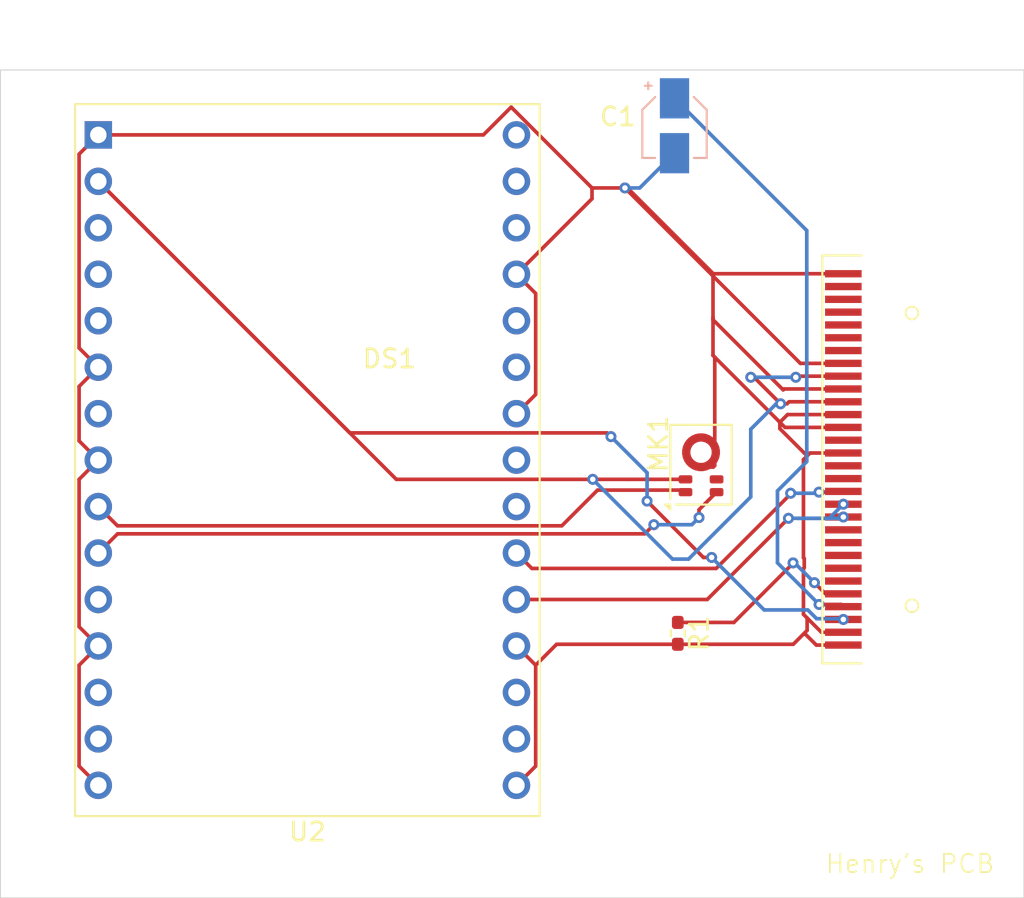
<source format=kicad_pcb>
(kicad_pcb (version 20241229) (generator "pcbnew") (generator_version "9.0")
  (layers (0 "F.Cu" signal) (2 "B.Cu" signal) (13 "F.Paste" user) (15 "B.Paste" user) (5 "F.SilkS" user "F.Silkscreen") (7 "B.SilkS" user "B.Silkscreen") (1 "F.Mask" user) (3 "B.Mask" user) (25 "Edge.Cuts" user))
  (net 0 "")
  (net 1 "Net-(DS1-BS1)")
  (net 2 "Net-(DS1-D0)")
  (net 5 "Net-(DS1-BS0)")
  (net 8 "Net-(DS1-D1)")
  (net 15 "Net-(DS1-IREF)")
  (net 20 "Net-(DS1-VCOMH)")
  (net 21 "Net-(MK1-DATA)")
  (net 23 "Net-(MK1-CLOCK)")
  (net 25 "Net-(U2-5V-Pad13)")
  (footprint "Display:OLED-128O064D" (layer "F.Cu") (at 137.07 72.41 -90)
    (property "Reference" "DS1" (at -5.505 24.815 0) (layer "F.SilkS"))
    (property "Value" "OLED-128O064D")
    (fp_line (start -11.15 1.15) (end 11.15 1.15) (stroke (width 0.12)) (layer "F.SilkS"))
    (fp_line (start 11.15 1.15) (end 11.15 -1) (stroke (width 0.12)) (layer "F.SilkS"))
    (fp_line (start -11.15 -1) (end -11.15 1.15) (stroke (width 0.12)) (layer "F.SilkS"))
    (fp_circle (center -8 -3.75) (end -7.65 -3.75) (stroke (width 0.1)) (fill no) (layer "F.SilkS"))
    (fp_circle (center 8 -3.75) (end 8.35 -3.75) (stroke (width 0.1)) (fill no) (layer "F.SilkS"))
    (pad "1" smd rect (at -10.15 0 270) (size 0.4 2) (layers "F.Cu" "F.Mask" "F.Paste") (net 5 "Net-(DS1-BS0)"))
    (pad "2" smd rect (at -9.45 0 270) (size 0.4 2) (layers "F.Cu" "F.Mask" "F.Paste"))
    (pad "3" smd rect (at -8.75 0 270) (size 0.4 2) (layers "F.Cu" "F.Mask" "F.Paste"))
    (pad "4" smd rect (at -8.05 0 270) (size 0.4 2) (layers "F.Cu" "F.Mask" "F.Paste"))
    (pad "5" smd rect (at -7.35 0 270) (size 0.4 2) (layers "F.Cu" "F.Mask" "F.Paste"))
    (pad "6" smd rect (at -6.65 0 270) (size 0.4 2) (layers "F.Cu" "F.Mask" "F.Paste"))
    (pad "7" smd rect (at -5.95 0 270) (size 0.4 2) (layers "F.Cu" "F.Mask" "F.Paste"))
    (pad "8" smd rect (at -5.25 0 270) (size 0.4 2) (layers "F.Cu" "F.Mask" "F.Paste") (net 5 "Net-(DS1-BS0)"))
    (pad "9" smd rect (at -4.55 0 270) (size 0.4 2) (layers "F.Cu" "F.Mask" "F.Paste") (net 1 "Net-(DS1-BS1)"))
    (pad "10" smd rect (at -3.85 0 270) (size 0.4 2) (layers "F.Cu" "F.Mask" "F.Paste") (net 5 "Net-(DS1-BS0)"))
    (pad "11" smd rect (at -3.15 0 270) (size 0.4 2) (layers "F.Cu" "F.Mask" "F.Paste") (net 1 "Net-(DS1-BS1)"))
    (pad "12" smd rect (at -2.45 0 270) (size 0.4 2) (layers "F.Cu" "F.Mask" "F.Paste") (net 5 "Net-(DS1-BS0)"))
    (pad "13" smd rect (at -1.75 0 270) (size 0.4 2) (layers "F.Cu" "F.Mask" "F.Paste") (net 5 "Net-(DS1-BS0)"))
    (pad "14" smd rect (at -1.05 0 270) (size 0.4 2) (layers "F.Cu" "F.Mask" "F.Paste"))
    (pad "15" smd rect (at -0.35 0 270) (size 0.4 2) (layers "F.Cu" "F.Mask" "F.Paste") (net 5 "Net-(DS1-BS0)"))
    (pad "16" smd rect (at 0.35 0 270) (size 0.4 2) (layers "F.Cu" "F.Mask" "F.Paste"))
    (pad "17" smd rect (at 1.05 0 270) (size 0.4 2) (layers "F.Cu" "F.Mask" "F.Paste"))
    (pad "18" smd rect (at 1.75 0 270) (size 0.4 2) (layers "F.Cu" "F.Mask" "F.Paste") (net 2 "Net-(DS1-D0)"))
    (pad "19" smd rect (at 2.45 0 270) (size 0.4 2) (layers "F.Cu" "F.Mask" "F.Paste") (net 8 "Net-(DS1-D1)"))
    (pad "20" smd rect (at 3.15 0 270) (size 0.4 2) (layers "F.Cu" "F.Mask" "F.Paste") (net 8 "Net-(DS1-D1)"))
    (pad "21" smd rect (at 3.85 0 270) (size 0.4 2) (layers "F.Cu" "F.Mask" "F.Paste"))
    (pad "22" smd rect (at 4.55 0 270) (size 0.4 2) (layers "F.Cu" "F.Mask" "F.Paste"))
    (pad "23" smd rect (at 5.25 0 270) (size 0.4 2) (layers "F.Cu" "F.Mask" "F.Paste"))
    (pad "24" smd rect (at 5.95 0 270) (size 0.4 2) (layers "F.Cu" "F.Mask" "F.Paste"))
    (pad "25" smd rect (at 6.65 0 270) (size 0.4 2) (layers "F.Cu" "F.Mask" "F.Paste"))
    (pad "26" smd rect (at 7.35 0 270) (size 0.4 2) (layers "F.Cu" "F.Mask" "F.Paste") (net 15 "Net-(DS1-IREF)"))
    (pad "27" smd rect (at 8.05 0 270) (size 0.4 2) (layers "F.Cu" "F.Mask" "F.Paste") (net 20 "Net-(DS1-VCOMH)"))
    (pad "28" smd rect (at 8.75 0 270) (size 0.4 2) (layers "F.Cu" "F.Mask" "F.Paste") (net 1 "Net-(DS1-BS1)"))
    (pad "29" smd rect (at 9.45 0 270) (size 0.4 2) (layers "F.Cu" "F.Mask" "F.Paste") (net 5 "Net-(DS1-BS0)"))
    (pad "30" smd rect (at 10.15 0 270) (size 0.4 2) (layers "F.Cu" "F.Mask" "F.Paste") (net 5 "Net-(DS1-BS0)"))
  )
  (footprint "Resistor_SMD:R_0402_1005Metric_Pad0.72x0.64mm_HandSolder" (layer "F.Cu") (at 128.02 81.92 -90)
    (property "Reference" "R1" (at 0 -1.17 90) (layer "F.SilkS"))
    (property "Value" "910 kΩ")
    (fp_line (start -0.167621 0.38) (end 0.167621 0.38) (stroke (width 0.12)) (layer "F.SilkS"))
    (fp_line (start -0.167621 -0.38) (end 0.167621 -0.38) (stroke (width 0.12)) (layer "F.SilkS"))
    (pad "1" smd roundrect (at -0.5975 0 270) (size 0.715 0.64) (layers "F.Cu" "F.Mask" "F.Paste") (net 15 "Net-(DS1-IREF)"))
    (pad "2" smd roundrect (at 0.5975 0 270) (size 0.715 0.64) (layers "F.Cu" "F.Mask" "F.Paste") (net 5 "Net-(DS1-BS0)"))
  )
  (footprint "Sensor_Audio:Infineon_PG-LLGA-5-2" (layer "F.Cu") (at 129.29 72.7 90)
    (property "Reference" "MK1" (at 1.14 -2.33 90) (layer "F.SilkS"))
    (property "Value" "IM69D120")
    (fp_line (start 2.18 -1.68) (end 2.18 1.68) (stroke (width 0.12)) (layer "F.SilkS"))
    (fp_line (start -1.88 -1.68) (end 2.18 -1.68) (stroke (width 0.12)) (layer "F.SilkS"))
    (fp_line (start -2.18 -1.38) (end -2.18 1.68) (stroke (width 0.12)) (layer "F.SilkS"))
    (fp_line (start -2.18 1.68) (end 2.18 1.68) (stroke (width 0.12)) (layer "F.SilkS"))
    (fp_poly (pts (xy -2.18 -1.68) (xy -2.46 -1.68) (xy -2.18 -1.96) (xy -2.18 -1.68)) (stroke (width 0.12)) (fill yes) (layer "F.SilkS"))
    (pad "" np_thru_hole circle (at 0.68 0 180) (size 0.8 0.8) (drill 0.8) (layers "*.Cu" "*.Mask"))
    (pad "1" smd roundrect (at -1.5 -0.85) (size 0.75 0.45) (layers "F.Cu" "F.Mask") (net 21 "Net-(MK1-DATA)"))
    (pad "2" smd roundrect (at -0.8 -0.85) (size 0.75 0.45) (layers "F.Cu" "F.Mask") (net 1 "Net-(DS1-BS1)"))
    (pad "3" smd roundrect (at -1.5 0.85) (size 0.75 0.45) (layers "F.Cu" "F.Mask") (net 23 "Net-(MK1-CLOCK)"))
    (pad "4" smd roundrect (at -0.8 0.85) (size 0.75 0.45) (layers "F.Cu" "F.Mask"))
    (pad "5" smd custom (at -0.13 0) (size 0.46 0.46) (layers "F.Cu" "F.Mask") (net 5 "Net-(DS1-BS0)") (options (clearance outline) (anchor circle)) (primitives (gr_circle (center 0 -0.81) (end 0.81 -0.81) (width 0.46) (fill no))))
  )
  (footprint "RF_Module:ESP32-C3-DevKitM-1" (layer "F.Cu") (at 96.34 54.67)
    (property "Reference" "U2" (at 11.43 38.1 0) (layer "F.SilkS"))
    (property "Value" "ESP32-C3-DevKitM-1")
    (fp_line (start -1.27 -1.68) (end 24.13 -1.68) (stroke (width 0.12)) (layer "F.SilkS"))
    (fp_line (start -1.27 37.24) (end -1.27 -1.68) (stroke (width 0.12)) (layer "F.SilkS"))
    (fp_line (start 24.13 -1.68) (end 24.13 37.24) (stroke (width 0.12)) (layer "F.SilkS"))
    (fp_line (start 24.13 37.24) (end -1.27 37.24) (stroke (width 0.12)) (layer "F.SilkS"))
    (pad "1" thru_hole rect (at 0 0) (size 1.5 1.5) (drill 0.9) (layers "*.Cu" "*.Mask") (net 5 "Net-(DS1-BS0)"))
    (pad "2" thru_hole circle (at 0 2.54) (size 1.5 1.5) (drill 0.9) (layers "*.Cu" "*.Mask") (net 1 "Net-(DS1-BS1)"))
    (pad "3" thru_hole circle (at 0 5.08) (size 1.5 1.5) (drill 0.9) (layers "*.Cu" "*.Mask") (net 1 "Net-(DS1-BS1)"))
    (pad "4" thru_hole circle (at 0 7.62) (size 1.5 1.5) (drill 0.9) (layers "*.Cu" "*.Mask"))
    (pad "5" thru_hole circle (at 0 10.16) (size 1.5 1.5) (drill 0.9) (layers "*.Cu" "*.Mask"))
    (pad "6" thru_hole circle (at 0 12.7) (size 1.5 1.5) (drill 0.9) (layers "*.Cu" "*.Mask") (net 5 "Net-(DS1-BS0)"))
    (pad "7" thru_hole circle (at 0 15.24) (size 1.5 1.5) (drill 0.9) (layers "*.Cu" "*.Mask"))
    (pad "8" thru_hole circle (at 0 17.78) (size 1.5 1.5) (drill 0.9) (layers "*.Cu" "*.Mask") (net 5 "Net-(DS1-BS0)"))
    (pad "9" thru_hole circle (at 0 20.32) (size 1.5 1.5) (drill 0.9) (layers "*.Cu" "*.Mask") (net 21 "Net-(MK1-DATA)"))
    (pad "10" thru_hole circle (at 0 22.86) (size 1.5 1.5) (drill 0.9) (layers "*.Cu" "*.Mask") (net 23 "Net-(MK1-CLOCK)"))
    (pad "11" thru_hole circle (at 0 25.4) (size 1.5 1.5) (drill 0.9) (layers "*.Cu" "*.Mask"))
    (pad "12" thru_hole circle (at 0 27.94) (size 1.5 1.5) (drill 0.9) (layers "*.Cu" "*.Mask") (net 5 "Net-(DS1-BS0)"))
    (pad "13" thru_hole circle (at 0 30.48) (size 1.5 1.5) (drill 0.9) (layers "*.Cu" "*.Mask") (net 25 "Net-(U2-5V-Pad13)"))
    (pad "14" thru_hole circle (at 0 33.02) (size 1.5 1.5) (drill 0.9) (layers "*.Cu" "*.Mask") (net 25 "Net-(U2-5V-Pad13)"))
    (pad "15" thru_hole circle (at 0 35.56) (size 1.5 1.5) (drill 0.9) (layers "*.Cu" "*.Mask") (net 5 "Net-(DS1-BS0)"))
    (pad "16" thru_hole circle (at 22.86 35.56) (size 1.5 1.5) (drill 0.9) (layers "*.Cu" "*.Mask") (net 5 "Net-(DS1-BS0)"))
    (pad "17" thru_hole circle (at 22.86 33.02) (size 1.5 1.5) (drill 0.9) (layers "*.Cu" "*.Mask"))
    (pad "18" thru_hole circle (at 22.86 30.48) (size 1.5 1.5) (drill 0.9) (layers "*.Cu" "*.Mask"))
    (pad "19" thru_hole circle (at 22.86 27.94) (size 1.5 1.5) (drill 0.9) (layers "*.Cu" "*.Mask") (net 5 "Net-(DS1-BS0)"))
    (pad "20" thru_hole circle (at 22.86 25.4) (size 1.5 1.5) (drill 0.9) (layers "*.Cu" "*.Mask") (net 8 "Net-(DS1-D1)"))
    (pad "21" thru_hole circle (at 22.86 22.86) (size 1.5 1.5) (drill 0.9) (layers "*.Cu" "*.Mask") (net 2 "Net-(DS1-D0)"))
    (pad "22" thru_hole circle (at 22.86 20.32) (size 1.5 1.5) (drill 0.9) (layers "*.Cu" "*.Mask"))
    (pad "23" thru_hole circle (at 22.86 17.78) (size 1.5 1.5) (drill 0.9) (layers "*.Cu" "*.Mask"))
    (pad "24" thru_hole circle (at 22.86 15.24) (size 1.5 1.5) (drill 0.9) (layers "*.Cu" "*.Mask") (net 5 "Net-(DS1-BS0)"))
    (pad "25" thru_hole circle (at 22.86 12.7) (size 1.5 1.5) (drill 0.9) (layers "*.Cu" "*.Mask"))
    (pad "26" thru_hole circle (at 22.86 10.16) (size 1.5 1.5) (drill 0.9) (layers "*.Cu" "*.Mask"))
    (pad "27" thru_hole circle (at 22.86 7.62) (size 1.5 1.5) (drill 0.9) (layers "*.Cu" "*.Mask") (net 5 "Net-(DS1-BS0)"))
    (pad "28" thru_hole circle (at 22.86 5.08) (size 1.5 1.5) (drill 0.9) (layers "*.Cu" "*.Mask"))
    (pad "29" thru_hole circle (at 22.86 2.54) (size 1.5 1.5) (drill 0.9) (layers "*.Cu" "*.Mask"))
    (pad "30" thru_hole circle (at 22.86 0) (size 1.5 1.5) (drill 0.9) (layers "*.Cu" "*.Mask") (net 5 "Net-(DS1-BS0)"))
  )
  (footprint "Capacitor_SMD:CP_Elec_3x5.3" (layer "B.Cu") (at 127.84 54.17 -90)
    (property "Reference" "C1" (at -0.5 3.1 0) (layer "F.SilkS"))
    (property "Value" "4.7µ")
    (fp_line (start -0.870563 1.76) (end 1.76 1.76) (stroke (width 0.12)) (layer "B.SilkS"))
    (fp_line (start 1.76 1.76) (end 1.76 1.06) (stroke (width 0.12)) (layer "B.SilkS"))
    (fp_line (start -2.1875 1.6225) (end -2.1875 1.2475) (stroke (width 0.12)) (layer "B.SilkS"))
    (fp_line (start -2.375 1.435) (end -2 1.435) (stroke (width 0.12)) (layer "B.SilkS"))
    (fp_line (start -1.570563 1.06) (end -0.870563 1.76) (stroke (width 0.12)) (layer "B.SilkS"))
    (fp_line (start -1.570563 -1.06) (end -0.870563 -1.76) (stroke (width 0.12)) (layer "B.SilkS"))
    (fp_line (start -0.870563 -1.76) (end 1.76 -1.76) (stroke (width 0.12)) (layer "B.SilkS"))
    (fp_line (start 1.76 -1.76) (end 1.76 -1.06) (stroke (width 0.12)) (layer "B.SilkS"))
    (pad "1" smd rect (at -1.5 0 270) (size 2.2 1.6) (layers "B.Cu" "B.Mask" "B.Paste") (net 20 "Net-(DS1-VCOMH)"))
    (pad "2" smd rect (at 1.5 0 270) (size 2.2 1.6) (layers "B.Cu" "B.Mask" "B.Paste") (net 5 "Net-(DS1-BS0)"))
  )
  (gr_rect (start 90.99 51.12) (end 146.94 96.38) (stroke (width 0.05)) (fill no) (layer "Edge.Cuts"))
  (gr_text "Henry's PCB" (at 136.03 95.1 0) (layer "F.SilkS") (effects (font (size 1 1) (thickness 0.1)) (justify left bottom)))
  (segment (start 133.99 69.37) (end 134.1 69.26) (width 0.2) (layer "F.Cu") (net 1))
  (segment (start 123.37 73.5) (end 125.28 73.5) (width 0.2) (layer "F.Cu") (net 1))
  (segment (start 110.091 70.961) (end 124.161 70.961) (width 0.2) (layer "F.Cu") (net 1))
  (segment (start 129.42 77.77) (end 126.34 74.69) (width 0.2) (layer "F.Cu") (net 1))
  (segment (start 125.28 73.5) (end 128.44 73.5) (width 0.2) (layer "F.Cu") (net 1))
  (segment (start 132.19 67.92) (end 132.01 67.92) (width 0.2) (layer "F.Cu") (net 1))
  (segment (start 133.64 69.37) (end 133.99 69.37) (width 0.2) (layer "F.Cu") (net 1))
  (segment (start 96.34 57.21) (end 112.63 73.5) (width 0.2) (layer "F.Cu") (net 1))
  (segment (start 134.53 67.86) (end 137.07 67.86) (width 0.2) (layer "F.Cu") (net 1))
  (segment (start 96.34 57.21) (end 110.091 70.961) (width 0.2) (layer "F.Cu") (net 1))
  (segment (start 133.64 69.37) (end 132.19 67.92) (width 0.2) (layer "F.Cu") (net 1))
  (segment (start 134.1 69.26) (end 137.07 69.26) (width 0.2) (layer "F.Cu") (net 1))
  (segment (start 134.47 67.92) (end 134.53 67.86) (width 0.2) (layer "F.Cu") (net 1))
  (segment (start 112.63 73.5) (end 123.37 73.5) (width 0.2) (layer "F.Cu") (net 1))
  (segment (start 129.87 77.77) (end 129.42 77.77) (width 0.2) (layer "F.Cu") (net 1))
  (via (at 129.87 77.77) (size 0.6) (drill 0.3) (layers "F.Cu" "B.Cu") (net 1))
  (via (at 123.37 73.5) (size 0.6) (drill 0.3) (layers "F.Cu" "B.Cu") (net 1))
  (via (at 133.64 69.37) (size 0.6) (drill 0.3) (layers "F.Cu" "B.Cu") (net 1))
  (via (at 132.01 67.92) (size 0.6) (drill 0.3) (layers "F.Cu" "B.Cu") (net 1))
  (via (at 124.365 71.165) (size 0.6) (drill 0.3) (layers "F.Cu" "B.Cu") (net 1))
  (via (at 126.34 74.69) (size 0.6) (drill 0.3) (layers "F.Cu" "B.Cu") (net 1))
  (via (at 134.47 67.92) (size 0.6) (drill 0.3) (layers "F.Cu" "B.Cu") (net 1))
  (via (at 137.07 81.16) (size 0.6) (drill 0.3) (layers "F.Cu" "B.Cu") (net 1))
  (segment (start 132.01 74.46) (end 128.61 77.86) (width 0.2) (layer "B.Cu") (net 1))
  (segment (start 135.13 80.64) (end 135.61 81.12) (width 0.2) (layer "B.Cu") (net 1))
  (segment (start 133.4 69.37) (end 133.64 69.37) (width 0.2) (layer "B.Cu") (net 1))
  (segment (start 134.43 67.88) (end 134.47 67.92) (width 0.2) (layer "B.Cu") (net 1))
  (segment (start 129.87 77.77) (end 132.74 80.64) (width 0.2) (layer "B.Cu") (net 1))
  (segment (start 132.01 70.76) (end 133.4 69.37) (width 0.2) (layer "B.Cu") (net 1))
  (segment (start 134.3 67.92) (end 134.34 67.88) (width 0.2) (layer "B.Cu") (net 1))
  (segment (start 126.34 74.69) (end 126.34 73.14) (width 0.2) (layer "B.Cu") (net 1))
  (segment (start 135.61 81.12) (end 137.03 81.12) (width 0.2) (layer "B.Cu") (net 1))
  (segment (start 132.01 70.76) (end 132.01 74.46) (width 0.2) (layer "B.Cu") (net 1))
  (segment (start 132.01 67.92) (end 134.3 67.92) (width 0.2) (layer "B.Cu") (net 1))
  (segment (start 128.61 77.86) (end 127.73 77.86) (width 0.2) (layer "B.Cu") (net 1))
  (segment (start 127.73 77.86) (end 123.37 73.5) (width 0.2) (layer "B.Cu") (net 1))
  (segment (start 137.03 81.12) (end 137.07 81.16) (width 0.2) (layer "B.Cu") (net 1))
  (segment (start 134.34 67.88) (end 134.43 67.88) (width 0.2) (layer "B.Cu") (net 1))
  (segment (start 126.34 73.14) (end 124.365 71.165) (width 0.2) (layer "B.Cu") (net 1))
  (segment (start 132.74 80.64) (end 135.13 80.64) (width 0.2) (layer "B.Cu") (net 1))
  (segment (start 119.2 77.53) (end 120.041 78.371) (width 0.2) (layer "F.Cu") (net 2))
  (segment (start 120.041 78.371) (end 130.118943 78.371) (width 0.2) (layer "F.Cu") (net 2))
  (segment (start 130.118943 78.371) (end 134.19 74.299943) (width 0.2) (layer "F.Cu") (net 2))
  (segment (start 137.03 74.2) (end 137.07 74.16) (width 0.2) (layer "F.Cu") (net 2))
  (segment (start 135.74 74.2) (end 137.03 74.2) (width 0.2) (layer "F.Cu") (net 2))
  (segment (start 134.19 74.299943) (end 134.19 74.26) (width 0.2) (layer "F.Cu") (net 2))
  (via (at 135.74 74.2) (size 0.6) (drill 0.3) (layers "F.Cu" "B.Cu") (net 2))
  (via (at 134.19 74.26) (size 0.6) (drill 0.3) (layers "F.Cu" "B.Cu") (net 2))
  (segment (start 134.19 74.26) (end 135.68 74.26) (width 0.2) (layer "B.Cu") (net 2))
  (segment (start 135.68 74.26) (end 135.74 74.2) (width 0.2) (layer "B.Cu") (net 2))
  (segment (start 125.13 57.57) (end 125.27 57.57) (width 0.2) (layer "F.Cu") (net 5))
  (segment (start 133.6 70.38) (end 134.02 69.96) (width 0.2) (layer "F.Cu") (net 5))
  (segment (start 95.289 68.421) (end 96.34 67.37) (width 0.2) (layer "F.Cu") (net 5))
  (segment (start 134.89 80.88) (end 135.09 81.08) (width 0.2) (layer "F.Cu") (net 5))
  (segment (start 129.96 62.26) (end 137.07 62.26) (width 0.2) (layer "F.Cu") (net 5))
  (segment (start 133.53 70.31) (end 133.88 70.66) (width 0.2) (layer "F.Cu") (net 5))
  (segment (start 129.957854 72.83) (end 129.29 72.83) (width 0.2) (layer "F.Cu") (net 5))
  (segment (start 120.251 68.859) (end 120.251 63.341) (width 0.2) (layer "F.Cu") (net 5))
  (segment (start 130.041 66.821) (end 130.041 72.746854) (width 0.2) (layer "F.Cu") (net 5))
  (segment (start 125.27 57.57) (end 129.96 62.26) (width 0.2) (layer "F.Cu") (net 5))
  (segment (start 134.94 81.91) (end 135.09 81.76) (width 0.2) (layer "F.Cu") (net 5))
  (segment (start 95.289 81.559) (end 95.289 73.501) (width 0.2) (layer "F.Cu") (net 5))
  (segment (start 128.02 82.5175) (end 121.3945 82.5175) (width 0.2) (layer "F.Cu") (net 5))
  (segment (start 133.6 70.73) (end 135.09 72.22) (width 0.2) (layer "F.Cu") (net 5))
  (segment (start 134.02 69.96) (end 137.07 69.96) (width 0.2) (layer "F.Cu") (net 5))
  (segment (start 135.09 72.22) (end 135.25 72.06) (width 0.2) (layer "F.Cu") (net 5))
  (segment (start 123.33 57.57) (end 125.13 57.57) (width 0.2) (layer "F.Cu") (net 5))
  (segment (start 134.94 81.91) (end 134.3325 82.5175) (width 0.2) (layer "F.Cu") (net 5))
  (segment (start 133.78 68.61) (end 133.83 68.56) (width 0.2) (layer "F.Cu") (net 5))
  (segment (start 133.83 68.56) (end 137.07 68.56) (width 0.2) (layer "F.Cu") (net 5))
  (segment (start 129.945 66.725) (end 133.53 70.31) (width 0.2) (layer "F.Cu") (net 5))
  (segment (start 134.89 77.786419) (end 134.932819 77.829238) (width 0.2) (layer "F.Cu") (net 5))
  (segment (start 96.34 82.61) (end 95.289 81.559) (width 0.2) (layer "F.Cu") (net 5))
  (segment (start 119.2 69.91) (end 120.251 68.859) (width 0.2) (layer "F.Cu") (net 5))
  (segment (start 95.289 55.721) (end 96.34 54.67) (width 0.2) (layer "F.Cu") (net 5))
  (segment (start 134.89 72.42) (end 134.89 77.786419) (width 0.2) (layer "F.Cu") (net 5))
  (segment (start 135.09 81.08) (end 135.87 81.86) (width 0.2) (layer "F.Cu") (net 5))
  (segment (start 135.59 82.56) (end 134.94 81.91) (width 0.2) (layer "F.Cu") (net 5))
  (segment (start 118.91 53.15) (end 123.33 57.57) (width 0.2) (layer "F.Cu") (net 5))
  (segment (start 135.09 72.22) (end 134.89 72.42) (width 0.2) (layer "F.Cu") (net 5))
  (segment (start 134.932819 77.829238) (end 134.932819 78.327124) (width 0.2) (layer "F.Cu") (net 5))
  (segment (start 129.945 66.725) (end 130.041 66.821) (width 0.2) (layer "F.Cu") (net 5))
  (segment (start 95.289 73.501) (end 96.34 72.45) (width 0.2) (layer "F.Cu") (net 5))
  (segment (start 123.33 58.16) (end 123.33 57.57) (width 0.2) (layer "F.Cu") (net 5))
  (segment (start 125.13 57.57) (end 129.945 62.385) (width 0.2) (layer "F.Cu") (net 5))
  (segment (start 121.3945 82.5175) (end 120.251 83.661) (width 0.2) (layer "F.Cu") (net 5))
  (segment (start 129.945 62.385) (end 129.945 64.66) (width 0.2) (layer "F.Cu") (net 5))
  (segment (start 133.53 70.31) (end 133.6 70.38) (width 0.2) (layer "F.Cu") (net 5))
  (segment (start 119.2 90.23) (end 120.251 89.179) (width 0.2) (layer "F.Cu") (net 5))
  (segment (start 135.09 81.76) (end 135.09 81.08) (width 0.2) (layer "F.Cu") (net 5))
  (segment (start 96.34 67.37) (end 95.289 66.319) (width 0.2) (layer "F.Cu") (net 5))
  (segment (start 134.932819 78.327124) (end 134.89 78.369943) (width 0.2) (layer "F.Cu") (net 5))
  (segment (start 129.945 64.66) (end 129.945 66.725) (width 0.2) (layer "F.Cu") (net 5))
  (segment (start 129.945 64.66) (end 129.945 64.775) (width 0.2) (layer "F.Cu") (net 5))
  (segment (start 119.2 62.29) (end 123.33 58.16) (width 0.2) (layer "F.Cu") (net 5))
  (segment (start 134.72 67.16) (end 137.07 67.16) (width 0.2) (layer "F.Cu") (net 5))
  (segment (start 95.289 71.399) (end 95.289 68.421) (width 0.2) (layer "F.Cu") (net 5))
  (segment (start 120.251 63.341) (end 119.2 62.29) (width 0.2) (layer "F.Cu") (net 5))
  (segment (start 129.945 62.385) (end 134.72 67.16) (width 0.2) (layer "F.Cu") (net 5))
  (segment (start 120.251 89.179) (end 120.251 83.661) (width 0.2) (layer "F.Cu") (net 5))
  (segment (start 95.289 89.179) (end 95.289 83.661) (width 0.2) (layer "F.Cu") (net 5))
  (segment (start 117.39 54.67) (end 118.91 53.15) (width 0.2) (layer "F.Cu") (net 5))
  (segment (start 129.945 64.775) (end 133.78 68.61) (width 0.2) (layer "F.Cu") (net 5))
  (segment (start 120.251 83.661) (end 119.2 82.61) (width 0.2) (layer "F.Cu") (net 5))
  (segment (start 133.6 70.38) (end 133.6 70.73) (width 0.2) (layer "F.Cu") (net 5))
  (segment (start 95.289 66.319) (end 95.289 55.721) (width 0.2) (layer "F.Cu") (net 5))
  (segment (start 137.07 82.56) (end 135.59 82.56) (width 0.2) (layer "F.Cu") (net 5))
  (segment (start 135.25 72.06) (end 137.07 72.06) (width 0.2) (layer "F.Cu") (net 5))
  (segment (start 96.34 72.45) (end 95.289 71.399) (width 0.2) (layer "F.Cu") (net 5))
  (segment (start 134.3325 82.5175) (end 128.02 82.5175) (width 0.2) (layer "F.Cu") (net 5))
  (segment (start 134.89 78.369943) (end 134.89 80.88) (width 0.2) (layer "F.Cu") (net 5))
  (segment (start 96.34 54.67) (end 117.39 54.67) (width 0.2) (layer "F.Cu") (net 5))
  (segment (start 130.041 72.746854) (end 129.957854 72.83) (width 0.2) (layer "F.Cu") (net 5))
  (segment (start 96.34 90.23) (end 95.289 89.179) (width 0.2) (layer "F.Cu") (net 5))
  (segment (start 133.88 70.66) (end 137.07 70.66) (width 0.2) (layer "F.Cu") (net 5))
  (segment (start 135.87 81.86) (end 137.07 81.86) (width 0.2) (layer "F.Cu") (net 5))
  (segment (start 95.289 83.661) (end 96.34 82.61) (width 0.2) (layer "F.Cu") (net 5))
  (via (at 125.13 57.57) (size 0.6) (drill 0.3) (layers "F.Cu" "B.Cu") (net 5))
  (segment (start 125.13 57.57) (end 125.94 57.57) (width 0.2) (layer "B.Cu") (net 5))
  (segment (start 125.94 57.57) (end 127.84 55.67) (width 0.2) (layer "B.Cu") (net 5))
  (segment (start 129.63 80.07) (end 134.07 75.63) (width 0.2) (layer "F.Cu") (net 8))
  (segment (start 119.2 80.07) (end 129.63 80.07) (width 0.2) (layer "F.Cu") (net 8))
  (via (at 137.07 75.56) (size 0.6) (drill 0.3) (layers "F.Cu" "B.Cu") (net 8))
  (via (at 137.07 74.86) (size 0.6) (drill 0.3) (layers "F.Cu" "B.Cu") (net 8))
  (via (at 134.07 75.63) (size 0.6) (drill 0.3) (layers "F.Cu" "B.Cu") (net 8))
  (segment (start 136.3 75.63) (end 137.07 74.86) (width 0.2) (layer "B.Cu") (net 8))
  (segment (start 137 75.63) (end 137.07 75.56) (width 0.2) (layer "B.Cu") (net 8))
  (segment (start 134.57 75.63) (end 136.3 75.63) (width 0.2) (layer "B.Cu") (net 8))
  (segment (start 134.57 75.63) (end 137 75.63) (width 0.2) (layer "B.Cu") (net 8))
  (segment (start 134.07 75.63) (end 134.57 75.63) (width 0.2) (layer "B.Cu") (net 8))
  (segment (start 128.02 81.3225) (end 131.0875 81.3225) (width 0.2) (layer "F.Cu") (net 15))
  (segment (start 131.0875 81.3225) (end 134.331819 78.078181) (width 0.2) (layer "F.Cu") (net 15))
  (segment (start 135.49 79.15) (end 136.1 79.76) (width 0.2) (layer "F.Cu") (net 15))
  (segment (start 134.331819 78.078181) (end 134.321819 78.068181) (width 0.2) (layer "F.Cu") (net 15))
  (segment (start 136.1 79.76) (end 137.07 79.76) (width 0.2) (layer "F.Cu") (net 15))
  (via (at 134.321819 78.068181) (size 0.6) (drill 0.3) (layers "F.Cu" "B.Cu") (net 15))
  (via (at 135.49 79.15) (size 0.6) (drill 0.3) (layers "F.Cu" "B.Cu") (net 15))
  (segment (start 134.408181 78.068181) (end 135.49 79.15) (width 0.2) (layer "B.Cu") (net 15))
  (segment (start 134.321819 78.068181) (end 134.408181 78.068181) (width 0.2) (layer "B.Cu") (net 15))
  (segment (start 135.745526 80.340418) (end 136.950418 80.340418) (width 0.2) (layer "F.Cu") (net 20))
  (segment (start 136.950418 80.340418) (end 137.07 80.46) (width 0.2) (layer "F.Cu") (net 20))
  (via (at 135.745526 80.340418) (size 0.6) (drill 0.3) (layers "F.Cu" "B.Cu") (net 20))
  (segment (start 135.071 59.901) (end 135.071 72.529057) (width 0.2) (layer "B.Cu") (net 20))
  (segment (start 127.84 52.67) (end 135.071 59.901) (width 0.2) (layer "B.Cu") (net 20))
  (segment (start 133.469 78.063892) (end 135.745526 80.340418) (width 0.2) (layer "B.Cu") (net 20))
  (segment (start 135.071 72.529057) (end 133.469 74.131057) (width 0.2) (layer "B.Cu") (net 20))
  (segment (start 133.469 74.131057) (end 133.469 78.063892) (width 0.2) (layer "B.Cu") (net 20))
  (segment (start 128.44 74.2) (end 128.329 74.089) (width 0.2) (layer "F.Cu") (net 21))
  (segment (start 128.329 74.089) (end 123.630943 74.089) (width 0.2) (layer "F.Cu") (net 21))
  (segment (start 121.678943 76.041) (end 97.391 76.041) (width 0.2) (layer "F.Cu") (net 21))
  (segment (start 123.630943 74.089) (end 121.678943 76.041) (width 0.2) (layer "F.Cu") (net 21))
  (segment (start 97.391 76.041) (end 96.34 74.99) (width 0.2) (layer "F.Cu") (net 21))
  (segment (start 97.391 76.479) (end 126.211 76.479) (width 0.2) (layer "F.Cu") (net 23))
  (segment (start 129.18 75.16) (end 130.14 74.2) (width 0.2) (layer "F.Cu") (net 23))
  (segment (start 129.18 75.59) (end 129.18 75.16) (width 0.2) (layer "F.Cu") (net 23))
  (segment (start 126.211 76.479) (end 126.71 75.98) (width 0.2) (layer "F.Cu") (net 23))
  (segment (start 96.34 77.53) (end 97.391 76.479) (width 0.2) (layer "F.Cu") (net 23))
  (via (at 126.71 75.98) (size 0.6) (drill 0.3) (layers "F.Cu" "B.Cu") (net 23))
  (via (at 129.18 75.59) (size 0.6) (drill 0.3) (layers "F.Cu" "B.Cu") (net 23))
  (segment (start 128.79 75.98) (end 129.18 75.59) (width 0.2) (layer "B.Cu") (net 23))
  (segment (start 126.71 75.98) (end 128.79 75.98) (width 0.2) (layer "B.Cu") (net 23))
)
</source>
